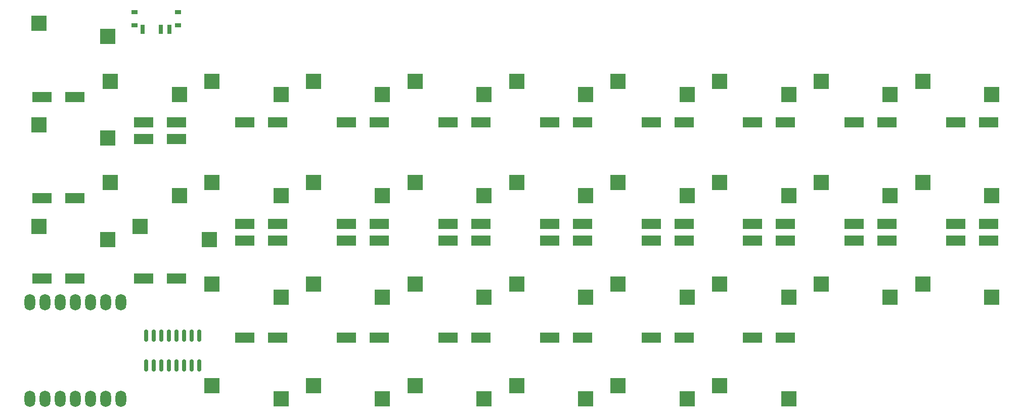
<source format=gbr>
%TF.GenerationSoftware,KiCad,Pcbnew,(6.0.4-0)*%
%TF.CreationDate,2023-01-08T13:58:21-06:00*%
%TF.ProjectId,bancouver40_cfx,62616e63-6f75-4766-9572-34305f636678,rev?*%
%TF.SameCoordinates,Original*%
%TF.FileFunction,Paste,Bot*%
%TF.FilePolarity,Positive*%
%FSLAX46Y46*%
G04 Gerber Fmt 4.6, Leading zero omitted, Abs format (unit mm)*
G04 Created by KiCad (PCBNEW (6.0.4-0)) date 2023-01-08 13:58:21*
%MOMM*%
%LPD*%
G01*
G04 APERTURE LIST*
G04 Aperture macros list*
%AMRoundRect*
0 Rectangle with rounded corners*
0 $1 Rounding radius*
0 $2 $3 $4 $5 $6 $7 $8 $9 X,Y pos of 4 corners*
0 Add a 4 corners polygon primitive as box body*
4,1,4,$2,$3,$4,$5,$6,$7,$8,$9,$2,$3,0*
0 Add four circle primitives for the rounded corners*
1,1,$1+$1,$2,$3*
1,1,$1+$1,$4,$5*
1,1,$1+$1,$6,$7*
1,1,$1+$1,$8,$9*
0 Add four rect primitives between the rounded corners*
20,1,$1+$1,$2,$3,$4,$5,0*
20,1,$1+$1,$4,$5,$6,$7,0*
20,1,$1+$1,$6,$7,$8,$9,0*
20,1,$1+$1,$8,$9,$2,$3,0*%
G04 Aperture macros list end*
%ADD10R,2.600000X2.600000*%
%ADD11R,3.300000X1.700000*%
%ADD12RoundRect,0.150000X-0.150000X0.825000X-0.150000X-0.825000X0.150000X-0.825000X0.150000X0.825000X0*%
%ADD13O,1.800000X2.750000*%
%ADD14R,1.000000X0.800000*%
%ADD15R,0.700000X1.500000*%
G04 APERTURE END LIST*
D10*
%TO.C,SW25*%
X154149929Y-63324973D03*
X142599929Y-61124973D03*
%TD*%
%TO.C,SW17*%
X188149913Y-46324981D03*
X176599913Y-44124981D03*
%TD*%
%TO.C,SW23*%
X120149945Y-63324973D03*
X108599945Y-61124973D03*
%TD*%
%TO.C,SW26*%
X171149921Y-63324973D03*
X159599921Y-61124973D03*
%TD*%
%TO.C,SW13*%
X120149945Y-46324981D03*
X108599945Y-44124981D03*
%TD*%
%TO.C,SW20*%
X239149889Y-46324981D03*
X227599889Y-44124981D03*
%TD*%
%TO.C,SW16*%
X171149921Y-46324981D03*
X159599921Y-44124981D03*
%TD*%
%TO.C,SW4*%
X137149937Y-29324989D03*
X125599937Y-27124989D03*
%TD*%
%TO.C,SW1*%
X79599961Y-17424989D03*
X91149961Y-19624989D03*
%TD*%
%TO.C,SW29*%
X222149897Y-63324973D03*
X210599897Y-61124973D03*
%TD*%
%TO.C,SW15*%
X154149929Y-46324981D03*
X142599929Y-44124981D03*
%TD*%
%TO.C,SW34*%
X137149937Y-80324965D03*
X125599937Y-78124965D03*
%TD*%
%TO.C,SW6*%
X171149921Y-29324989D03*
X159599921Y-27124989D03*
%TD*%
%TO.C,SW10*%
X239149889Y-29324989D03*
X227599889Y-27124989D03*
%TD*%
%TO.C,SW33*%
X120149945Y-80324965D03*
X108599945Y-78124965D03*
%TD*%
%TO.C,SW27*%
X188149913Y-63324973D03*
X176599913Y-61124973D03*
%TD*%
%TO.C,SW30*%
X239149889Y-63324973D03*
X227599889Y-61124973D03*
%TD*%
%TO.C,SW7*%
X188149913Y-29324989D03*
X176599913Y-27124989D03*
%TD*%
%TO.C,SW19*%
X222149897Y-46324981D03*
X210599897Y-44124981D03*
%TD*%
%TO.C,SW24*%
X137149937Y-63324973D03*
X125599937Y-61124973D03*
%TD*%
%TO.C,SW5*%
X154149929Y-29324989D03*
X142599929Y-27124989D03*
%TD*%
%TO.C,SW38*%
X205149905Y-80324965D03*
X193599905Y-78124965D03*
%TD*%
%TO.C,SW35*%
X154149929Y-80324965D03*
X142599929Y-78124965D03*
%TD*%
%TO.C,SW18*%
X205149905Y-46324981D03*
X193599905Y-44124981D03*
%TD*%
%TO.C,SW3*%
X120149945Y-29324989D03*
X108599945Y-27124989D03*
%TD*%
%TO.C,SW9*%
X222149897Y-29324989D03*
X210599897Y-27124989D03*
%TD*%
%TO.C,SW14*%
X137149937Y-46324981D03*
X125599937Y-44124981D03*
%TD*%
%TO.C,SW21*%
X79599961Y-51424973D03*
X91149961Y-53624973D03*
%TD*%
%TO.C,SW2*%
X103149953Y-29324989D03*
X91599953Y-27124989D03*
%TD*%
%TO.C,SW12*%
X103149953Y-46324981D03*
X91599953Y-44124981D03*
%TD*%
%TO.C,SW36*%
X171149921Y-80324965D03*
X159599921Y-78124965D03*
%TD*%
%TO.C,SW22*%
X96599953Y-51424973D03*
X108149953Y-53624973D03*
%TD*%
%TO.C,SW28*%
X205149905Y-63324973D03*
X193599905Y-61124973D03*
%TD*%
%TO.C,SW37*%
X188149913Y-80324965D03*
X176599913Y-78124965D03*
%TD*%
%TO.C,SW11*%
X79599961Y-34424981D03*
X91149961Y-36624981D03*
%TD*%
%TO.C,SW8*%
X205149905Y-29324989D03*
X193599905Y-27124989D03*
%TD*%
D11*
%TO.C,D35*%
X148124929Y-70124967D03*
X153624929Y-70124967D03*
%TD*%
%TO.C,D30*%
X233124889Y-53833308D03*
X238624889Y-53833308D03*
%TD*%
%TO.C,D34*%
X131124937Y-70124967D03*
X136624937Y-70124967D03*
%TD*%
%TO.C,D11*%
X80124961Y-46749978D03*
X85624961Y-46749978D03*
%TD*%
%TO.C,D8*%
X199124905Y-33999984D03*
X204624905Y-33999984D03*
%TD*%
%TO.C,D22*%
X97124953Y-60208305D03*
X102624953Y-60208305D03*
%TD*%
%TO.C,D24*%
X131124937Y-53833308D03*
X136624937Y-53833308D03*
%TD*%
%TO.C,D27*%
X182124913Y-53833308D03*
X187624913Y-53833308D03*
%TD*%
%TO.C,D4*%
X131124937Y-33999984D03*
X136624937Y-33999984D03*
%TD*%
D12*
%TO.C,U2*%
X97554952Y-69774966D03*
X98824952Y-69774966D03*
X100094952Y-69774966D03*
X101364952Y-69774966D03*
X102634952Y-69774966D03*
X103904952Y-69774966D03*
X105174952Y-69774966D03*
X106444952Y-69774966D03*
X106444952Y-74724966D03*
X105174952Y-74724966D03*
X103904952Y-74724966D03*
X102634952Y-74724966D03*
X101364952Y-74724966D03*
X100094952Y-74724966D03*
X98824952Y-74724966D03*
X97554952Y-74724966D03*
%TD*%
D11*
%TO.C,D29*%
X216124897Y-53833308D03*
X221624897Y-53833308D03*
%TD*%
%TO.C,D28*%
X199124905Y-53833308D03*
X204624905Y-53833308D03*
%TD*%
%TO.C,D33*%
X114124945Y-70124967D03*
X119624945Y-70124967D03*
%TD*%
%TO.C,D15*%
X148124929Y-50999976D03*
X153624929Y-50999976D03*
%TD*%
D13*
%TO.C,U1*%
X78088293Y-64155006D03*
X80628293Y-64155006D03*
X83168293Y-64155006D03*
X85708293Y-64155006D03*
X88248293Y-64155006D03*
X90788293Y-64155006D03*
X93328293Y-64155006D03*
X93328293Y-80344926D03*
X90788293Y-80344926D03*
X88248293Y-80344926D03*
X85708293Y-80344926D03*
X83168293Y-80344926D03*
X80628293Y-80344926D03*
X78088293Y-80344926D03*
%TD*%
D11*
%TO.C,D9*%
X216124897Y-33999984D03*
X221624897Y-33999984D03*
%TD*%
%TO.C,D21*%
X80124961Y-60208305D03*
X85624961Y-60208305D03*
%TD*%
%TO.C,D19*%
X216124897Y-50999976D03*
X221624897Y-50999976D03*
%TD*%
D14*
%TO.C,SW41*%
X102899954Y-15569992D03*
X95599954Y-15569992D03*
X102899954Y-17779992D03*
X95599954Y-17779992D03*
D15*
X96999954Y-18429992D03*
X99999954Y-18429992D03*
X101499954Y-18429992D03*
%TD*%
D11*
%TO.C,D10*%
X233124889Y-33999984D03*
X238624889Y-33999984D03*
%TD*%
%TO.C,D14*%
X131124937Y-50999976D03*
X136624937Y-50999976D03*
%TD*%
%TO.C,D6*%
X165124921Y-33999984D03*
X170624921Y-33999984D03*
%TD*%
%TO.C,D18*%
X199124905Y-50999976D03*
X204624905Y-50999976D03*
%TD*%
%TO.C,D16*%
X165124921Y-50999976D03*
X170624921Y-50999976D03*
%TD*%
%TO.C,D13*%
X114124945Y-50999976D03*
X119624945Y-50999976D03*
%TD*%
%TO.C,D25*%
X148124929Y-53833308D03*
X153624929Y-53833308D03*
%TD*%
%TO.C,D26*%
X165124921Y-53833308D03*
X170624921Y-53833308D03*
%TD*%
%TO.C,D1*%
X80124961Y-29749986D03*
X85624961Y-29749986D03*
%TD*%
%TO.C,D3*%
X114124945Y-33999984D03*
X119624945Y-33999984D03*
%TD*%
%TO.C,D7*%
X182124913Y-33999984D03*
X187624913Y-33999984D03*
%TD*%
%TO.C,D23*%
X114124945Y-53833308D03*
X119624945Y-53833308D03*
%TD*%
%TO.C,D17*%
X182124913Y-50999976D03*
X187624913Y-50999976D03*
%TD*%
%TO.C,D12*%
X97124953Y-36833316D03*
X102624953Y-36833316D03*
%TD*%
%TO.C,D5*%
X148124929Y-33999984D03*
X153624929Y-33999984D03*
%TD*%
%TO.C,D37*%
X182124913Y-70124967D03*
X187624913Y-70124967D03*
%TD*%
%TO.C,D36*%
X165124921Y-70124967D03*
X170624921Y-70124967D03*
%TD*%
%TO.C,D20*%
X233124889Y-50999976D03*
X238624889Y-50999976D03*
%TD*%
%TO.C,D38*%
X199124905Y-70124967D03*
X204624905Y-70124967D03*
%TD*%
%TO.C,D2*%
X97124953Y-33999984D03*
X102624953Y-33999984D03*
%TD*%
M02*

</source>
